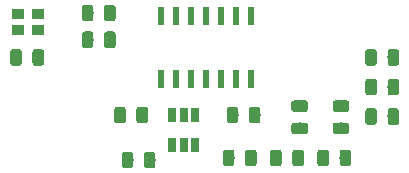
<source format=gbr>
G04 #@! TF.GenerationSoftware,KiCad,Pcbnew,5.0.2-bee76a0~70~ubuntu16.04.1*
G04 #@! TF.CreationDate,2019-07-30T15:32:40+02:00*
G04 #@! TF.ProjectId,hw-TS1B,68772d54-5331-4422-9e6b-696361645f70,rev?*
G04 #@! TF.SameCoordinates,Original*
G04 #@! TF.FileFunction,Paste,Top*
G04 #@! TF.FilePolarity,Positive*
%FSLAX46Y46*%
G04 Gerber Fmt 4.6, Leading zero omitted, Abs format (unit mm)*
G04 Created by KiCad (PCBNEW 5.0.2-bee76a0~70~ubuntu16.04.1) date Tue 30 Jul 2019 03:32:40 PM CEST*
%MOMM*%
%LPD*%
G01*
G04 APERTURE LIST*
%ADD10R,0.600000X1.500000*%
%ADD11C,0.100000*%
%ADD12C,0.975000*%
%ADD13R,1.100000X0.900000*%
%ADD14R,0.650000X1.220000*%
G04 APERTURE END LIST*
D10*
G04 #@! TO.C,U1*
X168275000Y-76360000D03*
X169545000Y-76360000D03*
X170815000Y-76360000D03*
X172085000Y-76360000D03*
X173355000Y-76360000D03*
X174625000Y-76360000D03*
X175895000Y-76360000D03*
X175895000Y-70960000D03*
X174625000Y-70960000D03*
X173355000Y-70960000D03*
X172085000Y-70960000D03*
X170815000Y-70960000D03*
X169545000Y-70960000D03*
X168275000Y-70960000D03*
G04 #@! TD*
D11*
G04 #@! TO.C,C1*
G36*
X174267642Y-82301174D02*
X174291303Y-82304684D01*
X174314507Y-82310496D01*
X174337029Y-82318554D01*
X174358653Y-82328782D01*
X174379170Y-82341079D01*
X174398383Y-82355329D01*
X174416107Y-82371393D01*
X174432171Y-82389117D01*
X174446421Y-82408330D01*
X174458718Y-82428847D01*
X174468946Y-82450471D01*
X174477004Y-82472993D01*
X174482816Y-82496197D01*
X174486326Y-82519858D01*
X174487500Y-82543750D01*
X174487500Y-83456250D01*
X174486326Y-83480142D01*
X174482816Y-83503803D01*
X174477004Y-83527007D01*
X174468946Y-83549529D01*
X174458718Y-83571153D01*
X174446421Y-83591670D01*
X174432171Y-83610883D01*
X174416107Y-83628607D01*
X174398383Y-83644671D01*
X174379170Y-83658921D01*
X174358653Y-83671218D01*
X174337029Y-83681446D01*
X174314507Y-83689504D01*
X174291303Y-83695316D01*
X174267642Y-83698826D01*
X174243750Y-83700000D01*
X173756250Y-83700000D01*
X173732358Y-83698826D01*
X173708697Y-83695316D01*
X173685493Y-83689504D01*
X173662971Y-83681446D01*
X173641347Y-83671218D01*
X173620830Y-83658921D01*
X173601617Y-83644671D01*
X173583893Y-83628607D01*
X173567829Y-83610883D01*
X173553579Y-83591670D01*
X173541282Y-83571153D01*
X173531054Y-83549529D01*
X173522996Y-83527007D01*
X173517184Y-83503803D01*
X173513674Y-83480142D01*
X173512500Y-83456250D01*
X173512500Y-82543750D01*
X173513674Y-82519858D01*
X173517184Y-82496197D01*
X173522996Y-82472993D01*
X173531054Y-82450471D01*
X173541282Y-82428847D01*
X173553579Y-82408330D01*
X173567829Y-82389117D01*
X173583893Y-82371393D01*
X173601617Y-82355329D01*
X173620830Y-82341079D01*
X173641347Y-82328782D01*
X173662971Y-82318554D01*
X173685493Y-82310496D01*
X173708697Y-82304684D01*
X173732358Y-82301174D01*
X173756250Y-82300000D01*
X174243750Y-82300000D01*
X174267642Y-82301174D01*
X174267642Y-82301174D01*
G37*
D12*
X174000000Y-83000000D03*
D11*
G36*
X176142642Y-82301174D02*
X176166303Y-82304684D01*
X176189507Y-82310496D01*
X176212029Y-82318554D01*
X176233653Y-82328782D01*
X176254170Y-82341079D01*
X176273383Y-82355329D01*
X176291107Y-82371393D01*
X176307171Y-82389117D01*
X176321421Y-82408330D01*
X176333718Y-82428847D01*
X176343946Y-82450471D01*
X176352004Y-82472993D01*
X176357816Y-82496197D01*
X176361326Y-82519858D01*
X176362500Y-82543750D01*
X176362500Y-83456250D01*
X176361326Y-83480142D01*
X176357816Y-83503803D01*
X176352004Y-83527007D01*
X176343946Y-83549529D01*
X176333718Y-83571153D01*
X176321421Y-83591670D01*
X176307171Y-83610883D01*
X176291107Y-83628607D01*
X176273383Y-83644671D01*
X176254170Y-83658921D01*
X176233653Y-83671218D01*
X176212029Y-83681446D01*
X176189507Y-83689504D01*
X176166303Y-83695316D01*
X176142642Y-83698826D01*
X176118750Y-83700000D01*
X175631250Y-83700000D01*
X175607358Y-83698826D01*
X175583697Y-83695316D01*
X175560493Y-83689504D01*
X175537971Y-83681446D01*
X175516347Y-83671218D01*
X175495830Y-83658921D01*
X175476617Y-83644671D01*
X175458893Y-83628607D01*
X175442829Y-83610883D01*
X175428579Y-83591670D01*
X175416282Y-83571153D01*
X175406054Y-83549529D01*
X175397996Y-83527007D01*
X175392184Y-83503803D01*
X175388674Y-83480142D01*
X175387500Y-83456250D01*
X175387500Y-82543750D01*
X175388674Y-82519858D01*
X175392184Y-82496197D01*
X175397996Y-82472993D01*
X175406054Y-82450471D01*
X175416282Y-82428847D01*
X175428579Y-82408330D01*
X175442829Y-82389117D01*
X175458893Y-82371393D01*
X175476617Y-82355329D01*
X175495830Y-82341079D01*
X175516347Y-82328782D01*
X175537971Y-82318554D01*
X175560493Y-82310496D01*
X175583697Y-82304684D01*
X175607358Y-82301174D01*
X175631250Y-82300000D01*
X176118750Y-82300000D01*
X176142642Y-82301174D01*
X176142642Y-82301174D01*
G37*
D12*
X175875000Y-83000000D03*
G04 #@! TD*
D11*
G04 #@! TO.C,C3*
G36*
X162330142Y-70051174D02*
X162353803Y-70054684D01*
X162377007Y-70060496D01*
X162399529Y-70068554D01*
X162421153Y-70078782D01*
X162441670Y-70091079D01*
X162460883Y-70105329D01*
X162478607Y-70121393D01*
X162494671Y-70139117D01*
X162508921Y-70158330D01*
X162521218Y-70178847D01*
X162531446Y-70200471D01*
X162539504Y-70222993D01*
X162545316Y-70246197D01*
X162548826Y-70269858D01*
X162550000Y-70293750D01*
X162550000Y-71206250D01*
X162548826Y-71230142D01*
X162545316Y-71253803D01*
X162539504Y-71277007D01*
X162531446Y-71299529D01*
X162521218Y-71321153D01*
X162508921Y-71341670D01*
X162494671Y-71360883D01*
X162478607Y-71378607D01*
X162460883Y-71394671D01*
X162441670Y-71408921D01*
X162421153Y-71421218D01*
X162399529Y-71431446D01*
X162377007Y-71439504D01*
X162353803Y-71445316D01*
X162330142Y-71448826D01*
X162306250Y-71450000D01*
X161818750Y-71450000D01*
X161794858Y-71448826D01*
X161771197Y-71445316D01*
X161747993Y-71439504D01*
X161725471Y-71431446D01*
X161703847Y-71421218D01*
X161683330Y-71408921D01*
X161664117Y-71394671D01*
X161646393Y-71378607D01*
X161630329Y-71360883D01*
X161616079Y-71341670D01*
X161603782Y-71321153D01*
X161593554Y-71299529D01*
X161585496Y-71277007D01*
X161579684Y-71253803D01*
X161576174Y-71230142D01*
X161575000Y-71206250D01*
X161575000Y-70293750D01*
X161576174Y-70269858D01*
X161579684Y-70246197D01*
X161585496Y-70222993D01*
X161593554Y-70200471D01*
X161603782Y-70178847D01*
X161616079Y-70158330D01*
X161630329Y-70139117D01*
X161646393Y-70121393D01*
X161664117Y-70105329D01*
X161683330Y-70091079D01*
X161703847Y-70078782D01*
X161725471Y-70068554D01*
X161747993Y-70060496D01*
X161771197Y-70054684D01*
X161794858Y-70051174D01*
X161818750Y-70050000D01*
X162306250Y-70050000D01*
X162330142Y-70051174D01*
X162330142Y-70051174D01*
G37*
D12*
X162062500Y-70750000D03*
D11*
G36*
X164205142Y-70051174D02*
X164228803Y-70054684D01*
X164252007Y-70060496D01*
X164274529Y-70068554D01*
X164296153Y-70078782D01*
X164316670Y-70091079D01*
X164335883Y-70105329D01*
X164353607Y-70121393D01*
X164369671Y-70139117D01*
X164383921Y-70158330D01*
X164396218Y-70178847D01*
X164406446Y-70200471D01*
X164414504Y-70222993D01*
X164420316Y-70246197D01*
X164423826Y-70269858D01*
X164425000Y-70293750D01*
X164425000Y-71206250D01*
X164423826Y-71230142D01*
X164420316Y-71253803D01*
X164414504Y-71277007D01*
X164406446Y-71299529D01*
X164396218Y-71321153D01*
X164383921Y-71341670D01*
X164369671Y-71360883D01*
X164353607Y-71378607D01*
X164335883Y-71394671D01*
X164316670Y-71408921D01*
X164296153Y-71421218D01*
X164274529Y-71431446D01*
X164252007Y-71439504D01*
X164228803Y-71445316D01*
X164205142Y-71448826D01*
X164181250Y-71450000D01*
X163693750Y-71450000D01*
X163669858Y-71448826D01*
X163646197Y-71445316D01*
X163622993Y-71439504D01*
X163600471Y-71431446D01*
X163578847Y-71421218D01*
X163558330Y-71408921D01*
X163539117Y-71394671D01*
X163521393Y-71378607D01*
X163505329Y-71360883D01*
X163491079Y-71341670D01*
X163478782Y-71321153D01*
X163468554Y-71299529D01*
X163460496Y-71277007D01*
X163454684Y-71253803D01*
X163451174Y-71230142D01*
X163450000Y-71206250D01*
X163450000Y-70293750D01*
X163451174Y-70269858D01*
X163454684Y-70246197D01*
X163460496Y-70222993D01*
X163468554Y-70200471D01*
X163478782Y-70178847D01*
X163491079Y-70158330D01*
X163505329Y-70139117D01*
X163521393Y-70121393D01*
X163539117Y-70105329D01*
X163558330Y-70091079D01*
X163578847Y-70078782D01*
X163600471Y-70068554D01*
X163622993Y-70060496D01*
X163646197Y-70054684D01*
X163669858Y-70051174D01*
X163693750Y-70050000D01*
X164181250Y-70050000D01*
X164205142Y-70051174D01*
X164205142Y-70051174D01*
G37*
D12*
X163937500Y-70750000D03*
G04 #@! TD*
D11*
G04 #@! TO.C,C4*
G36*
X156267642Y-73801174D02*
X156291303Y-73804684D01*
X156314507Y-73810496D01*
X156337029Y-73818554D01*
X156358653Y-73828782D01*
X156379170Y-73841079D01*
X156398383Y-73855329D01*
X156416107Y-73871393D01*
X156432171Y-73889117D01*
X156446421Y-73908330D01*
X156458718Y-73928847D01*
X156468946Y-73950471D01*
X156477004Y-73972993D01*
X156482816Y-73996197D01*
X156486326Y-74019858D01*
X156487500Y-74043750D01*
X156487500Y-74956250D01*
X156486326Y-74980142D01*
X156482816Y-75003803D01*
X156477004Y-75027007D01*
X156468946Y-75049529D01*
X156458718Y-75071153D01*
X156446421Y-75091670D01*
X156432171Y-75110883D01*
X156416107Y-75128607D01*
X156398383Y-75144671D01*
X156379170Y-75158921D01*
X156358653Y-75171218D01*
X156337029Y-75181446D01*
X156314507Y-75189504D01*
X156291303Y-75195316D01*
X156267642Y-75198826D01*
X156243750Y-75200000D01*
X155756250Y-75200000D01*
X155732358Y-75198826D01*
X155708697Y-75195316D01*
X155685493Y-75189504D01*
X155662971Y-75181446D01*
X155641347Y-75171218D01*
X155620830Y-75158921D01*
X155601617Y-75144671D01*
X155583893Y-75128607D01*
X155567829Y-75110883D01*
X155553579Y-75091670D01*
X155541282Y-75071153D01*
X155531054Y-75049529D01*
X155522996Y-75027007D01*
X155517184Y-75003803D01*
X155513674Y-74980142D01*
X155512500Y-74956250D01*
X155512500Y-74043750D01*
X155513674Y-74019858D01*
X155517184Y-73996197D01*
X155522996Y-73972993D01*
X155531054Y-73950471D01*
X155541282Y-73928847D01*
X155553579Y-73908330D01*
X155567829Y-73889117D01*
X155583893Y-73871393D01*
X155601617Y-73855329D01*
X155620830Y-73841079D01*
X155641347Y-73828782D01*
X155662971Y-73818554D01*
X155685493Y-73810496D01*
X155708697Y-73804684D01*
X155732358Y-73801174D01*
X155756250Y-73800000D01*
X156243750Y-73800000D01*
X156267642Y-73801174D01*
X156267642Y-73801174D01*
G37*
D12*
X156000000Y-74500000D03*
D11*
G36*
X158142642Y-73801174D02*
X158166303Y-73804684D01*
X158189507Y-73810496D01*
X158212029Y-73818554D01*
X158233653Y-73828782D01*
X158254170Y-73841079D01*
X158273383Y-73855329D01*
X158291107Y-73871393D01*
X158307171Y-73889117D01*
X158321421Y-73908330D01*
X158333718Y-73928847D01*
X158343946Y-73950471D01*
X158352004Y-73972993D01*
X158357816Y-73996197D01*
X158361326Y-74019858D01*
X158362500Y-74043750D01*
X158362500Y-74956250D01*
X158361326Y-74980142D01*
X158357816Y-75003803D01*
X158352004Y-75027007D01*
X158343946Y-75049529D01*
X158333718Y-75071153D01*
X158321421Y-75091670D01*
X158307171Y-75110883D01*
X158291107Y-75128607D01*
X158273383Y-75144671D01*
X158254170Y-75158921D01*
X158233653Y-75171218D01*
X158212029Y-75181446D01*
X158189507Y-75189504D01*
X158166303Y-75195316D01*
X158142642Y-75198826D01*
X158118750Y-75200000D01*
X157631250Y-75200000D01*
X157607358Y-75198826D01*
X157583697Y-75195316D01*
X157560493Y-75189504D01*
X157537971Y-75181446D01*
X157516347Y-75171218D01*
X157495830Y-75158921D01*
X157476617Y-75144671D01*
X157458893Y-75128607D01*
X157442829Y-75110883D01*
X157428579Y-75091670D01*
X157416282Y-75071153D01*
X157406054Y-75049529D01*
X157397996Y-75027007D01*
X157392184Y-75003803D01*
X157388674Y-74980142D01*
X157387500Y-74956250D01*
X157387500Y-74043750D01*
X157388674Y-74019858D01*
X157392184Y-73996197D01*
X157397996Y-73972993D01*
X157406054Y-73950471D01*
X157416282Y-73928847D01*
X157428579Y-73908330D01*
X157442829Y-73889117D01*
X157458893Y-73871393D01*
X157476617Y-73855329D01*
X157495830Y-73841079D01*
X157516347Y-73828782D01*
X157537971Y-73818554D01*
X157560493Y-73810496D01*
X157583697Y-73804684D01*
X157607358Y-73801174D01*
X157631250Y-73800000D01*
X158118750Y-73800000D01*
X158142642Y-73801174D01*
X158142642Y-73801174D01*
G37*
D12*
X157875000Y-74500000D03*
G04 #@! TD*
D11*
G04 #@! TO.C,C5*
G36*
X165065142Y-78676174D02*
X165088803Y-78679684D01*
X165112007Y-78685496D01*
X165134529Y-78693554D01*
X165156153Y-78703782D01*
X165176670Y-78716079D01*
X165195883Y-78730329D01*
X165213607Y-78746393D01*
X165229671Y-78764117D01*
X165243921Y-78783330D01*
X165256218Y-78803847D01*
X165266446Y-78825471D01*
X165274504Y-78847993D01*
X165280316Y-78871197D01*
X165283826Y-78894858D01*
X165285000Y-78918750D01*
X165285000Y-79831250D01*
X165283826Y-79855142D01*
X165280316Y-79878803D01*
X165274504Y-79902007D01*
X165266446Y-79924529D01*
X165256218Y-79946153D01*
X165243921Y-79966670D01*
X165229671Y-79985883D01*
X165213607Y-80003607D01*
X165195883Y-80019671D01*
X165176670Y-80033921D01*
X165156153Y-80046218D01*
X165134529Y-80056446D01*
X165112007Y-80064504D01*
X165088803Y-80070316D01*
X165065142Y-80073826D01*
X165041250Y-80075000D01*
X164553750Y-80075000D01*
X164529858Y-80073826D01*
X164506197Y-80070316D01*
X164482993Y-80064504D01*
X164460471Y-80056446D01*
X164438847Y-80046218D01*
X164418330Y-80033921D01*
X164399117Y-80019671D01*
X164381393Y-80003607D01*
X164365329Y-79985883D01*
X164351079Y-79966670D01*
X164338782Y-79946153D01*
X164328554Y-79924529D01*
X164320496Y-79902007D01*
X164314684Y-79878803D01*
X164311174Y-79855142D01*
X164310000Y-79831250D01*
X164310000Y-78918750D01*
X164311174Y-78894858D01*
X164314684Y-78871197D01*
X164320496Y-78847993D01*
X164328554Y-78825471D01*
X164338782Y-78803847D01*
X164351079Y-78783330D01*
X164365329Y-78764117D01*
X164381393Y-78746393D01*
X164399117Y-78730329D01*
X164418330Y-78716079D01*
X164438847Y-78703782D01*
X164460471Y-78693554D01*
X164482993Y-78685496D01*
X164506197Y-78679684D01*
X164529858Y-78676174D01*
X164553750Y-78675000D01*
X165041250Y-78675000D01*
X165065142Y-78676174D01*
X165065142Y-78676174D01*
G37*
D12*
X164797500Y-79375000D03*
D11*
G36*
X166940142Y-78676174D02*
X166963803Y-78679684D01*
X166987007Y-78685496D01*
X167009529Y-78693554D01*
X167031153Y-78703782D01*
X167051670Y-78716079D01*
X167070883Y-78730329D01*
X167088607Y-78746393D01*
X167104671Y-78764117D01*
X167118921Y-78783330D01*
X167131218Y-78803847D01*
X167141446Y-78825471D01*
X167149504Y-78847993D01*
X167155316Y-78871197D01*
X167158826Y-78894858D01*
X167160000Y-78918750D01*
X167160000Y-79831250D01*
X167158826Y-79855142D01*
X167155316Y-79878803D01*
X167149504Y-79902007D01*
X167141446Y-79924529D01*
X167131218Y-79946153D01*
X167118921Y-79966670D01*
X167104671Y-79985883D01*
X167088607Y-80003607D01*
X167070883Y-80019671D01*
X167051670Y-80033921D01*
X167031153Y-80046218D01*
X167009529Y-80056446D01*
X166987007Y-80064504D01*
X166963803Y-80070316D01*
X166940142Y-80073826D01*
X166916250Y-80075000D01*
X166428750Y-80075000D01*
X166404858Y-80073826D01*
X166381197Y-80070316D01*
X166357993Y-80064504D01*
X166335471Y-80056446D01*
X166313847Y-80046218D01*
X166293330Y-80033921D01*
X166274117Y-80019671D01*
X166256393Y-80003607D01*
X166240329Y-79985883D01*
X166226079Y-79966670D01*
X166213782Y-79946153D01*
X166203554Y-79924529D01*
X166195496Y-79902007D01*
X166189684Y-79878803D01*
X166186174Y-79855142D01*
X166185000Y-79831250D01*
X166185000Y-78918750D01*
X166186174Y-78894858D01*
X166189684Y-78871197D01*
X166195496Y-78847993D01*
X166203554Y-78825471D01*
X166213782Y-78803847D01*
X166226079Y-78783330D01*
X166240329Y-78764117D01*
X166256393Y-78746393D01*
X166274117Y-78730329D01*
X166293330Y-78716079D01*
X166313847Y-78703782D01*
X166335471Y-78693554D01*
X166357993Y-78685496D01*
X166381197Y-78679684D01*
X166404858Y-78676174D01*
X166428750Y-78675000D01*
X166916250Y-78675000D01*
X166940142Y-78676174D01*
X166940142Y-78676174D01*
G37*
D12*
X166672500Y-79375000D03*
G04 #@! TD*
D11*
G04 #@! TO.C,C6*
G36*
X167575142Y-82486174D02*
X167598803Y-82489684D01*
X167622007Y-82495496D01*
X167644529Y-82503554D01*
X167666153Y-82513782D01*
X167686670Y-82526079D01*
X167705883Y-82540329D01*
X167723607Y-82556393D01*
X167739671Y-82574117D01*
X167753921Y-82593330D01*
X167766218Y-82613847D01*
X167776446Y-82635471D01*
X167784504Y-82657993D01*
X167790316Y-82681197D01*
X167793826Y-82704858D01*
X167795000Y-82728750D01*
X167795000Y-83641250D01*
X167793826Y-83665142D01*
X167790316Y-83688803D01*
X167784504Y-83712007D01*
X167776446Y-83734529D01*
X167766218Y-83756153D01*
X167753921Y-83776670D01*
X167739671Y-83795883D01*
X167723607Y-83813607D01*
X167705883Y-83829671D01*
X167686670Y-83843921D01*
X167666153Y-83856218D01*
X167644529Y-83866446D01*
X167622007Y-83874504D01*
X167598803Y-83880316D01*
X167575142Y-83883826D01*
X167551250Y-83885000D01*
X167063750Y-83885000D01*
X167039858Y-83883826D01*
X167016197Y-83880316D01*
X166992993Y-83874504D01*
X166970471Y-83866446D01*
X166948847Y-83856218D01*
X166928330Y-83843921D01*
X166909117Y-83829671D01*
X166891393Y-83813607D01*
X166875329Y-83795883D01*
X166861079Y-83776670D01*
X166848782Y-83756153D01*
X166838554Y-83734529D01*
X166830496Y-83712007D01*
X166824684Y-83688803D01*
X166821174Y-83665142D01*
X166820000Y-83641250D01*
X166820000Y-82728750D01*
X166821174Y-82704858D01*
X166824684Y-82681197D01*
X166830496Y-82657993D01*
X166838554Y-82635471D01*
X166848782Y-82613847D01*
X166861079Y-82593330D01*
X166875329Y-82574117D01*
X166891393Y-82556393D01*
X166909117Y-82540329D01*
X166928330Y-82526079D01*
X166948847Y-82513782D01*
X166970471Y-82503554D01*
X166992993Y-82495496D01*
X167016197Y-82489684D01*
X167039858Y-82486174D01*
X167063750Y-82485000D01*
X167551250Y-82485000D01*
X167575142Y-82486174D01*
X167575142Y-82486174D01*
G37*
D12*
X167307500Y-83185000D03*
D11*
G36*
X165700142Y-82486174D02*
X165723803Y-82489684D01*
X165747007Y-82495496D01*
X165769529Y-82503554D01*
X165791153Y-82513782D01*
X165811670Y-82526079D01*
X165830883Y-82540329D01*
X165848607Y-82556393D01*
X165864671Y-82574117D01*
X165878921Y-82593330D01*
X165891218Y-82613847D01*
X165901446Y-82635471D01*
X165909504Y-82657993D01*
X165915316Y-82681197D01*
X165918826Y-82704858D01*
X165920000Y-82728750D01*
X165920000Y-83641250D01*
X165918826Y-83665142D01*
X165915316Y-83688803D01*
X165909504Y-83712007D01*
X165901446Y-83734529D01*
X165891218Y-83756153D01*
X165878921Y-83776670D01*
X165864671Y-83795883D01*
X165848607Y-83813607D01*
X165830883Y-83829671D01*
X165811670Y-83843921D01*
X165791153Y-83856218D01*
X165769529Y-83866446D01*
X165747007Y-83874504D01*
X165723803Y-83880316D01*
X165700142Y-83883826D01*
X165676250Y-83885000D01*
X165188750Y-83885000D01*
X165164858Y-83883826D01*
X165141197Y-83880316D01*
X165117993Y-83874504D01*
X165095471Y-83866446D01*
X165073847Y-83856218D01*
X165053330Y-83843921D01*
X165034117Y-83829671D01*
X165016393Y-83813607D01*
X165000329Y-83795883D01*
X164986079Y-83776670D01*
X164973782Y-83756153D01*
X164963554Y-83734529D01*
X164955496Y-83712007D01*
X164949684Y-83688803D01*
X164946174Y-83665142D01*
X164945000Y-83641250D01*
X164945000Y-82728750D01*
X164946174Y-82704858D01*
X164949684Y-82681197D01*
X164955496Y-82657993D01*
X164963554Y-82635471D01*
X164973782Y-82613847D01*
X164986079Y-82593330D01*
X165000329Y-82574117D01*
X165016393Y-82556393D01*
X165034117Y-82540329D01*
X165053330Y-82526079D01*
X165073847Y-82513782D01*
X165095471Y-82503554D01*
X165117993Y-82495496D01*
X165141197Y-82489684D01*
X165164858Y-82486174D01*
X165188750Y-82485000D01*
X165676250Y-82485000D01*
X165700142Y-82486174D01*
X165700142Y-82486174D01*
G37*
D12*
X165432500Y-83185000D03*
G04 #@! TD*
D11*
G04 #@! TO.C,C7*
G36*
X180480142Y-80013674D02*
X180503803Y-80017184D01*
X180527007Y-80022996D01*
X180549529Y-80031054D01*
X180571153Y-80041282D01*
X180591670Y-80053579D01*
X180610883Y-80067829D01*
X180628607Y-80083893D01*
X180644671Y-80101617D01*
X180658921Y-80120830D01*
X180671218Y-80141347D01*
X180681446Y-80162971D01*
X180689504Y-80185493D01*
X180695316Y-80208697D01*
X180698826Y-80232358D01*
X180700000Y-80256250D01*
X180700000Y-80743750D01*
X180698826Y-80767642D01*
X180695316Y-80791303D01*
X180689504Y-80814507D01*
X180681446Y-80837029D01*
X180671218Y-80858653D01*
X180658921Y-80879170D01*
X180644671Y-80898383D01*
X180628607Y-80916107D01*
X180610883Y-80932171D01*
X180591670Y-80946421D01*
X180571153Y-80958718D01*
X180549529Y-80968946D01*
X180527007Y-80977004D01*
X180503803Y-80982816D01*
X180480142Y-80986326D01*
X180456250Y-80987500D01*
X179543750Y-80987500D01*
X179519858Y-80986326D01*
X179496197Y-80982816D01*
X179472993Y-80977004D01*
X179450471Y-80968946D01*
X179428847Y-80958718D01*
X179408330Y-80946421D01*
X179389117Y-80932171D01*
X179371393Y-80916107D01*
X179355329Y-80898383D01*
X179341079Y-80879170D01*
X179328782Y-80858653D01*
X179318554Y-80837029D01*
X179310496Y-80814507D01*
X179304684Y-80791303D01*
X179301174Y-80767642D01*
X179300000Y-80743750D01*
X179300000Y-80256250D01*
X179301174Y-80232358D01*
X179304684Y-80208697D01*
X179310496Y-80185493D01*
X179318554Y-80162971D01*
X179328782Y-80141347D01*
X179341079Y-80120830D01*
X179355329Y-80101617D01*
X179371393Y-80083893D01*
X179389117Y-80067829D01*
X179408330Y-80053579D01*
X179428847Y-80041282D01*
X179450471Y-80031054D01*
X179472993Y-80022996D01*
X179496197Y-80017184D01*
X179519858Y-80013674D01*
X179543750Y-80012500D01*
X180456250Y-80012500D01*
X180480142Y-80013674D01*
X180480142Y-80013674D01*
G37*
D12*
X180000000Y-80500000D03*
D11*
G36*
X180480142Y-78138674D02*
X180503803Y-78142184D01*
X180527007Y-78147996D01*
X180549529Y-78156054D01*
X180571153Y-78166282D01*
X180591670Y-78178579D01*
X180610883Y-78192829D01*
X180628607Y-78208893D01*
X180644671Y-78226617D01*
X180658921Y-78245830D01*
X180671218Y-78266347D01*
X180681446Y-78287971D01*
X180689504Y-78310493D01*
X180695316Y-78333697D01*
X180698826Y-78357358D01*
X180700000Y-78381250D01*
X180700000Y-78868750D01*
X180698826Y-78892642D01*
X180695316Y-78916303D01*
X180689504Y-78939507D01*
X180681446Y-78962029D01*
X180671218Y-78983653D01*
X180658921Y-79004170D01*
X180644671Y-79023383D01*
X180628607Y-79041107D01*
X180610883Y-79057171D01*
X180591670Y-79071421D01*
X180571153Y-79083718D01*
X180549529Y-79093946D01*
X180527007Y-79102004D01*
X180503803Y-79107816D01*
X180480142Y-79111326D01*
X180456250Y-79112500D01*
X179543750Y-79112500D01*
X179519858Y-79111326D01*
X179496197Y-79107816D01*
X179472993Y-79102004D01*
X179450471Y-79093946D01*
X179428847Y-79083718D01*
X179408330Y-79071421D01*
X179389117Y-79057171D01*
X179371393Y-79041107D01*
X179355329Y-79023383D01*
X179341079Y-79004170D01*
X179328782Y-78983653D01*
X179318554Y-78962029D01*
X179310496Y-78939507D01*
X179304684Y-78916303D01*
X179301174Y-78892642D01*
X179300000Y-78868750D01*
X179300000Y-78381250D01*
X179301174Y-78357358D01*
X179304684Y-78333697D01*
X179310496Y-78310493D01*
X179318554Y-78287971D01*
X179328782Y-78266347D01*
X179341079Y-78245830D01*
X179355329Y-78226617D01*
X179371393Y-78208893D01*
X179389117Y-78192829D01*
X179408330Y-78178579D01*
X179428847Y-78166282D01*
X179450471Y-78156054D01*
X179472993Y-78147996D01*
X179496197Y-78142184D01*
X179519858Y-78138674D01*
X179543750Y-78137500D01*
X180456250Y-78137500D01*
X180480142Y-78138674D01*
X180480142Y-78138674D01*
G37*
D12*
X180000000Y-78625000D03*
G04 #@! TD*
D11*
G04 #@! TO.C,C8*
G36*
X183980142Y-78138674D02*
X184003803Y-78142184D01*
X184027007Y-78147996D01*
X184049529Y-78156054D01*
X184071153Y-78166282D01*
X184091670Y-78178579D01*
X184110883Y-78192829D01*
X184128607Y-78208893D01*
X184144671Y-78226617D01*
X184158921Y-78245830D01*
X184171218Y-78266347D01*
X184181446Y-78287971D01*
X184189504Y-78310493D01*
X184195316Y-78333697D01*
X184198826Y-78357358D01*
X184200000Y-78381250D01*
X184200000Y-78868750D01*
X184198826Y-78892642D01*
X184195316Y-78916303D01*
X184189504Y-78939507D01*
X184181446Y-78962029D01*
X184171218Y-78983653D01*
X184158921Y-79004170D01*
X184144671Y-79023383D01*
X184128607Y-79041107D01*
X184110883Y-79057171D01*
X184091670Y-79071421D01*
X184071153Y-79083718D01*
X184049529Y-79093946D01*
X184027007Y-79102004D01*
X184003803Y-79107816D01*
X183980142Y-79111326D01*
X183956250Y-79112500D01*
X183043750Y-79112500D01*
X183019858Y-79111326D01*
X182996197Y-79107816D01*
X182972993Y-79102004D01*
X182950471Y-79093946D01*
X182928847Y-79083718D01*
X182908330Y-79071421D01*
X182889117Y-79057171D01*
X182871393Y-79041107D01*
X182855329Y-79023383D01*
X182841079Y-79004170D01*
X182828782Y-78983653D01*
X182818554Y-78962029D01*
X182810496Y-78939507D01*
X182804684Y-78916303D01*
X182801174Y-78892642D01*
X182800000Y-78868750D01*
X182800000Y-78381250D01*
X182801174Y-78357358D01*
X182804684Y-78333697D01*
X182810496Y-78310493D01*
X182818554Y-78287971D01*
X182828782Y-78266347D01*
X182841079Y-78245830D01*
X182855329Y-78226617D01*
X182871393Y-78208893D01*
X182889117Y-78192829D01*
X182908330Y-78178579D01*
X182928847Y-78166282D01*
X182950471Y-78156054D01*
X182972993Y-78147996D01*
X182996197Y-78142184D01*
X183019858Y-78138674D01*
X183043750Y-78137500D01*
X183956250Y-78137500D01*
X183980142Y-78138674D01*
X183980142Y-78138674D01*
G37*
D12*
X183500000Y-78625000D03*
D11*
G36*
X183980142Y-80013674D02*
X184003803Y-80017184D01*
X184027007Y-80022996D01*
X184049529Y-80031054D01*
X184071153Y-80041282D01*
X184091670Y-80053579D01*
X184110883Y-80067829D01*
X184128607Y-80083893D01*
X184144671Y-80101617D01*
X184158921Y-80120830D01*
X184171218Y-80141347D01*
X184181446Y-80162971D01*
X184189504Y-80185493D01*
X184195316Y-80208697D01*
X184198826Y-80232358D01*
X184200000Y-80256250D01*
X184200000Y-80743750D01*
X184198826Y-80767642D01*
X184195316Y-80791303D01*
X184189504Y-80814507D01*
X184181446Y-80837029D01*
X184171218Y-80858653D01*
X184158921Y-80879170D01*
X184144671Y-80898383D01*
X184128607Y-80916107D01*
X184110883Y-80932171D01*
X184091670Y-80946421D01*
X184071153Y-80958718D01*
X184049529Y-80968946D01*
X184027007Y-80977004D01*
X184003803Y-80982816D01*
X183980142Y-80986326D01*
X183956250Y-80987500D01*
X183043750Y-80987500D01*
X183019858Y-80986326D01*
X182996197Y-80982816D01*
X182972993Y-80977004D01*
X182950471Y-80968946D01*
X182928847Y-80958718D01*
X182908330Y-80946421D01*
X182889117Y-80932171D01*
X182871393Y-80916107D01*
X182855329Y-80898383D01*
X182841079Y-80879170D01*
X182828782Y-80858653D01*
X182818554Y-80837029D01*
X182810496Y-80814507D01*
X182804684Y-80791303D01*
X182801174Y-80767642D01*
X182800000Y-80743750D01*
X182800000Y-80256250D01*
X182801174Y-80232358D01*
X182804684Y-80208697D01*
X182810496Y-80185493D01*
X182818554Y-80162971D01*
X182828782Y-80141347D01*
X182841079Y-80120830D01*
X182855329Y-80101617D01*
X182871393Y-80083893D01*
X182889117Y-80067829D01*
X182908330Y-80053579D01*
X182928847Y-80041282D01*
X182950471Y-80031054D01*
X182972993Y-80022996D01*
X182996197Y-80017184D01*
X183019858Y-80013674D01*
X183043750Y-80012500D01*
X183956250Y-80012500D01*
X183980142Y-80013674D01*
X183980142Y-80013674D01*
G37*
D12*
X183500000Y-80500000D03*
G04 #@! TD*
D11*
G04 #@! TO.C,L1*
G36*
X174590142Y-78676174D02*
X174613803Y-78679684D01*
X174637007Y-78685496D01*
X174659529Y-78693554D01*
X174681153Y-78703782D01*
X174701670Y-78716079D01*
X174720883Y-78730329D01*
X174738607Y-78746393D01*
X174754671Y-78764117D01*
X174768921Y-78783330D01*
X174781218Y-78803847D01*
X174791446Y-78825471D01*
X174799504Y-78847993D01*
X174805316Y-78871197D01*
X174808826Y-78894858D01*
X174810000Y-78918750D01*
X174810000Y-79831250D01*
X174808826Y-79855142D01*
X174805316Y-79878803D01*
X174799504Y-79902007D01*
X174791446Y-79924529D01*
X174781218Y-79946153D01*
X174768921Y-79966670D01*
X174754671Y-79985883D01*
X174738607Y-80003607D01*
X174720883Y-80019671D01*
X174701670Y-80033921D01*
X174681153Y-80046218D01*
X174659529Y-80056446D01*
X174637007Y-80064504D01*
X174613803Y-80070316D01*
X174590142Y-80073826D01*
X174566250Y-80075000D01*
X174078750Y-80075000D01*
X174054858Y-80073826D01*
X174031197Y-80070316D01*
X174007993Y-80064504D01*
X173985471Y-80056446D01*
X173963847Y-80046218D01*
X173943330Y-80033921D01*
X173924117Y-80019671D01*
X173906393Y-80003607D01*
X173890329Y-79985883D01*
X173876079Y-79966670D01*
X173863782Y-79946153D01*
X173853554Y-79924529D01*
X173845496Y-79902007D01*
X173839684Y-79878803D01*
X173836174Y-79855142D01*
X173835000Y-79831250D01*
X173835000Y-78918750D01*
X173836174Y-78894858D01*
X173839684Y-78871197D01*
X173845496Y-78847993D01*
X173853554Y-78825471D01*
X173863782Y-78803847D01*
X173876079Y-78783330D01*
X173890329Y-78764117D01*
X173906393Y-78746393D01*
X173924117Y-78730329D01*
X173943330Y-78716079D01*
X173963847Y-78703782D01*
X173985471Y-78693554D01*
X174007993Y-78685496D01*
X174031197Y-78679684D01*
X174054858Y-78676174D01*
X174078750Y-78675000D01*
X174566250Y-78675000D01*
X174590142Y-78676174D01*
X174590142Y-78676174D01*
G37*
D12*
X174322500Y-79375000D03*
D11*
G36*
X176465142Y-78676174D02*
X176488803Y-78679684D01*
X176512007Y-78685496D01*
X176534529Y-78693554D01*
X176556153Y-78703782D01*
X176576670Y-78716079D01*
X176595883Y-78730329D01*
X176613607Y-78746393D01*
X176629671Y-78764117D01*
X176643921Y-78783330D01*
X176656218Y-78803847D01*
X176666446Y-78825471D01*
X176674504Y-78847993D01*
X176680316Y-78871197D01*
X176683826Y-78894858D01*
X176685000Y-78918750D01*
X176685000Y-79831250D01*
X176683826Y-79855142D01*
X176680316Y-79878803D01*
X176674504Y-79902007D01*
X176666446Y-79924529D01*
X176656218Y-79946153D01*
X176643921Y-79966670D01*
X176629671Y-79985883D01*
X176613607Y-80003607D01*
X176595883Y-80019671D01*
X176576670Y-80033921D01*
X176556153Y-80046218D01*
X176534529Y-80056446D01*
X176512007Y-80064504D01*
X176488803Y-80070316D01*
X176465142Y-80073826D01*
X176441250Y-80075000D01*
X175953750Y-80075000D01*
X175929858Y-80073826D01*
X175906197Y-80070316D01*
X175882993Y-80064504D01*
X175860471Y-80056446D01*
X175838847Y-80046218D01*
X175818330Y-80033921D01*
X175799117Y-80019671D01*
X175781393Y-80003607D01*
X175765329Y-79985883D01*
X175751079Y-79966670D01*
X175738782Y-79946153D01*
X175728554Y-79924529D01*
X175720496Y-79902007D01*
X175714684Y-79878803D01*
X175711174Y-79855142D01*
X175710000Y-79831250D01*
X175710000Y-78918750D01*
X175711174Y-78894858D01*
X175714684Y-78871197D01*
X175720496Y-78847993D01*
X175728554Y-78825471D01*
X175738782Y-78803847D01*
X175751079Y-78783330D01*
X175765329Y-78764117D01*
X175781393Y-78746393D01*
X175799117Y-78730329D01*
X175818330Y-78716079D01*
X175838847Y-78703782D01*
X175860471Y-78693554D01*
X175882993Y-78685496D01*
X175906197Y-78679684D01*
X175929858Y-78676174D01*
X175953750Y-78675000D01*
X176441250Y-78675000D01*
X176465142Y-78676174D01*
X176465142Y-78676174D01*
G37*
D12*
X176197500Y-79375000D03*
G04 #@! TD*
D11*
G04 #@! TO.C,L2*
G36*
X180142642Y-82301174D02*
X180166303Y-82304684D01*
X180189507Y-82310496D01*
X180212029Y-82318554D01*
X180233653Y-82328782D01*
X180254170Y-82341079D01*
X180273383Y-82355329D01*
X180291107Y-82371393D01*
X180307171Y-82389117D01*
X180321421Y-82408330D01*
X180333718Y-82428847D01*
X180343946Y-82450471D01*
X180352004Y-82472993D01*
X180357816Y-82496197D01*
X180361326Y-82519858D01*
X180362500Y-82543750D01*
X180362500Y-83456250D01*
X180361326Y-83480142D01*
X180357816Y-83503803D01*
X180352004Y-83527007D01*
X180343946Y-83549529D01*
X180333718Y-83571153D01*
X180321421Y-83591670D01*
X180307171Y-83610883D01*
X180291107Y-83628607D01*
X180273383Y-83644671D01*
X180254170Y-83658921D01*
X180233653Y-83671218D01*
X180212029Y-83681446D01*
X180189507Y-83689504D01*
X180166303Y-83695316D01*
X180142642Y-83698826D01*
X180118750Y-83700000D01*
X179631250Y-83700000D01*
X179607358Y-83698826D01*
X179583697Y-83695316D01*
X179560493Y-83689504D01*
X179537971Y-83681446D01*
X179516347Y-83671218D01*
X179495830Y-83658921D01*
X179476617Y-83644671D01*
X179458893Y-83628607D01*
X179442829Y-83610883D01*
X179428579Y-83591670D01*
X179416282Y-83571153D01*
X179406054Y-83549529D01*
X179397996Y-83527007D01*
X179392184Y-83503803D01*
X179388674Y-83480142D01*
X179387500Y-83456250D01*
X179387500Y-82543750D01*
X179388674Y-82519858D01*
X179392184Y-82496197D01*
X179397996Y-82472993D01*
X179406054Y-82450471D01*
X179416282Y-82428847D01*
X179428579Y-82408330D01*
X179442829Y-82389117D01*
X179458893Y-82371393D01*
X179476617Y-82355329D01*
X179495830Y-82341079D01*
X179516347Y-82328782D01*
X179537971Y-82318554D01*
X179560493Y-82310496D01*
X179583697Y-82304684D01*
X179607358Y-82301174D01*
X179631250Y-82300000D01*
X180118750Y-82300000D01*
X180142642Y-82301174D01*
X180142642Y-82301174D01*
G37*
D12*
X179875000Y-83000000D03*
D11*
G36*
X178267642Y-82301174D02*
X178291303Y-82304684D01*
X178314507Y-82310496D01*
X178337029Y-82318554D01*
X178358653Y-82328782D01*
X178379170Y-82341079D01*
X178398383Y-82355329D01*
X178416107Y-82371393D01*
X178432171Y-82389117D01*
X178446421Y-82408330D01*
X178458718Y-82428847D01*
X178468946Y-82450471D01*
X178477004Y-82472993D01*
X178482816Y-82496197D01*
X178486326Y-82519858D01*
X178487500Y-82543750D01*
X178487500Y-83456250D01*
X178486326Y-83480142D01*
X178482816Y-83503803D01*
X178477004Y-83527007D01*
X178468946Y-83549529D01*
X178458718Y-83571153D01*
X178446421Y-83591670D01*
X178432171Y-83610883D01*
X178416107Y-83628607D01*
X178398383Y-83644671D01*
X178379170Y-83658921D01*
X178358653Y-83671218D01*
X178337029Y-83681446D01*
X178314507Y-83689504D01*
X178291303Y-83695316D01*
X178267642Y-83698826D01*
X178243750Y-83700000D01*
X177756250Y-83700000D01*
X177732358Y-83698826D01*
X177708697Y-83695316D01*
X177685493Y-83689504D01*
X177662971Y-83681446D01*
X177641347Y-83671218D01*
X177620830Y-83658921D01*
X177601617Y-83644671D01*
X177583893Y-83628607D01*
X177567829Y-83610883D01*
X177553579Y-83591670D01*
X177541282Y-83571153D01*
X177531054Y-83549529D01*
X177522996Y-83527007D01*
X177517184Y-83503803D01*
X177513674Y-83480142D01*
X177512500Y-83456250D01*
X177512500Y-82543750D01*
X177513674Y-82519858D01*
X177517184Y-82496197D01*
X177522996Y-82472993D01*
X177531054Y-82450471D01*
X177541282Y-82428847D01*
X177553579Y-82408330D01*
X177567829Y-82389117D01*
X177583893Y-82371393D01*
X177601617Y-82355329D01*
X177620830Y-82341079D01*
X177641347Y-82328782D01*
X177662971Y-82318554D01*
X177685493Y-82310496D01*
X177708697Y-82304684D01*
X177732358Y-82301174D01*
X177756250Y-82300000D01*
X178243750Y-82300000D01*
X178267642Y-82301174D01*
X178267642Y-82301174D01*
G37*
D12*
X178000000Y-83000000D03*
G04 #@! TD*
D11*
G04 #@! TO.C,L3*
G36*
X182267642Y-82301174D02*
X182291303Y-82304684D01*
X182314507Y-82310496D01*
X182337029Y-82318554D01*
X182358653Y-82328782D01*
X182379170Y-82341079D01*
X182398383Y-82355329D01*
X182416107Y-82371393D01*
X182432171Y-82389117D01*
X182446421Y-82408330D01*
X182458718Y-82428847D01*
X182468946Y-82450471D01*
X182477004Y-82472993D01*
X182482816Y-82496197D01*
X182486326Y-82519858D01*
X182487500Y-82543750D01*
X182487500Y-83456250D01*
X182486326Y-83480142D01*
X182482816Y-83503803D01*
X182477004Y-83527007D01*
X182468946Y-83549529D01*
X182458718Y-83571153D01*
X182446421Y-83591670D01*
X182432171Y-83610883D01*
X182416107Y-83628607D01*
X182398383Y-83644671D01*
X182379170Y-83658921D01*
X182358653Y-83671218D01*
X182337029Y-83681446D01*
X182314507Y-83689504D01*
X182291303Y-83695316D01*
X182267642Y-83698826D01*
X182243750Y-83700000D01*
X181756250Y-83700000D01*
X181732358Y-83698826D01*
X181708697Y-83695316D01*
X181685493Y-83689504D01*
X181662971Y-83681446D01*
X181641347Y-83671218D01*
X181620830Y-83658921D01*
X181601617Y-83644671D01*
X181583893Y-83628607D01*
X181567829Y-83610883D01*
X181553579Y-83591670D01*
X181541282Y-83571153D01*
X181531054Y-83549529D01*
X181522996Y-83527007D01*
X181517184Y-83503803D01*
X181513674Y-83480142D01*
X181512500Y-83456250D01*
X181512500Y-82543750D01*
X181513674Y-82519858D01*
X181517184Y-82496197D01*
X181522996Y-82472993D01*
X181531054Y-82450471D01*
X181541282Y-82428847D01*
X181553579Y-82408330D01*
X181567829Y-82389117D01*
X181583893Y-82371393D01*
X181601617Y-82355329D01*
X181620830Y-82341079D01*
X181641347Y-82328782D01*
X181662971Y-82318554D01*
X181685493Y-82310496D01*
X181708697Y-82304684D01*
X181732358Y-82301174D01*
X181756250Y-82300000D01*
X182243750Y-82300000D01*
X182267642Y-82301174D01*
X182267642Y-82301174D01*
G37*
D12*
X182000000Y-83000000D03*
D11*
G36*
X184142642Y-82301174D02*
X184166303Y-82304684D01*
X184189507Y-82310496D01*
X184212029Y-82318554D01*
X184233653Y-82328782D01*
X184254170Y-82341079D01*
X184273383Y-82355329D01*
X184291107Y-82371393D01*
X184307171Y-82389117D01*
X184321421Y-82408330D01*
X184333718Y-82428847D01*
X184343946Y-82450471D01*
X184352004Y-82472993D01*
X184357816Y-82496197D01*
X184361326Y-82519858D01*
X184362500Y-82543750D01*
X184362500Y-83456250D01*
X184361326Y-83480142D01*
X184357816Y-83503803D01*
X184352004Y-83527007D01*
X184343946Y-83549529D01*
X184333718Y-83571153D01*
X184321421Y-83591670D01*
X184307171Y-83610883D01*
X184291107Y-83628607D01*
X184273383Y-83644671D01*
X184254170Y-83658921D01*
X184233653Y-83671218D01*
X184212029Y-83681446D01*
X184189507Y-83689504D01*
X184166303Y-83695316D01*
X184142642Y-83698826D01*
X184118750Y-83700000D01*
X183631250Y-83700000D01*
X183607358Y-83698826D01*
X183583697Y-83695316D01*
X183560493Y-83689504D01*
X183537971Y-83681446D01*
X183516347Y-83671218D01*
X183495830Y-83658921D01*
X183476617Y-83644671D01*
X183458893Y-83628607D01*
X183442829Y-83610883D01*
X183428579Y-83591670D01*
X183416282Y-83571153D01*
X183406054Y-83549529D01*
X183397996Y-83527007D01*
X183392184Y-83503803D01*
X183388674Y-83480142D01*
X183387500Y-83456250D01*
X183387500Y-82543750D01*
X183388674Y-82519858D01*
X183392184Y-82496197D01*
X183397996Y-82472993D01*
X183406054Y-82450471D01*
X183416282Y-82428847D01*
X183428579Y-82408330D01*
X183442829Y-82389117D01*
X183458893Y-82371393D01*
X183476617Y-82355329D01*
X183495830Y-82341079D01*
X183516347Y-82328782D01*
X183537971Y-82318554D01*
X183560493Y-82310496D01*
X183583697Y-82304684D01*
X183607358Y-82301174D01*
X183631250Y-82300000D01*
X184118750Y-82300000D01*
X184142642Y-82301174D01*
X184142642Y-82301174D01*
G37*
D12*
X183875000Y-83000000D03*
G04 #@! TD*
D11*
G04 #@! TO.C,D1*
G36*
X188205142Y-76301174D02*
X188228803Y-76304684D01*
X188252007Y-76310496D01*
X188274529Y-76318554D01*
X188296153Y-76328782D01*
X188316670Y-76341079D01*
X188335883Y-76355329D01*
X188353607Y-76371393D01*
X188369671Y-76389117D01*
X188383921Y-76408330D01*
X188396218Y-76428847D01*
X188406446Y-76450471D01*
X188414504Y-76472993D01*
X188420316Y-76496197D01*
X188423826Y-76519858D01*
X188425000Y-76543750D01*
X188425000Y-77456250D01*
X188423826Y-77480142D01*
X188420316Y-77503803D01*
X188414504Y-77527007D01*
X188406446Y-77549529D01*
X188396218Y-77571153D01*
X188383921Y-77591670D01*
X188369671Y-77610883D01*
X188353607Y-77628607D01*
X188335883Y-77644671D01*
X188316670Y-77658921D01*
X188296153Y-77671218D01*
X188274529Y-77681446D01*
X188252007Y-77689504D01*
X188228803Y-77695316D01*
X188205142Y-77698826D01*
X188181250Y-77700000D01*
X187693750Y-77700000D01*
X187669858Y-77698826D01*
X187646197Y-77695316D01*
X187622993Y-77689504D01*
X187600471Y-77681446D01*
X187578847Y-77671218D01*
X187558330Y-77658921D01*
X187539117Y-77644671D01*
X187521393Y-77628607D01*
X187505329Y-77610883D01*
X187491079Y-77591670D01*
X187478782Y-77571153D01*
X187468554Y-77549529D01*
X187460496Y-77527007D01*
X187454684Y-77503803D01*
X187451174Y-77480142D01*
X187450000Y-77456250D01*
X187450000Y-76543750D01*
X187451174Y-76519858D01*
X187454684Y-76496197D01*
X187460496Y-76472993D01*
X187468554Y-76450471D01*
X187478782Y-76428847D01*
X187491079Y-76408330D01*
X187505329Y-76389117D01*
X187521393Y-76371393D01*
X187539117Y-76355329D01*
X187558330Y-76341079D01*
X187578847Y-76328782D01*
X187600471Y-76318554D01*
X187622993Y-76310496D01*
X187646197Y-76304684D01*
X187669858Y-76301174D01*
X187693750Y-76300000D01*
X188181250Y-76300000D01*
X188205142Y-76301174D01*
X188205142Y-76301174D01*
G37*
D12*
X187937500Y-77000000D03*
D11*
G36*
X186330142Y-76301174D02*
X186353803Y-76304684D01*
X186377007Y-76310496D01*
X186399529Y-76318554D01*
X186421153Y-76328782D01*
X186441670Y-76341079D01*
X186460883Y-76355329D01*
X186478607Y-76371393D01*
X186494671Y-76389117D01*
X186508921Y-76408330D01*
X186521218Y-76428847D01*
X186531446Y-76450471D01*
X186539504Y-76472993D01*
X186545316Y-76496197D01*
X186548826Y-76519858D01*
X186550000Y-76543750D01*
X186550000Y-77456250D01*
X186548826Y-77480142D01*
X186545316Y-77503803D01*
X186539504Y-77527007D01*
X186531446Y-77549529D01*
X186521218Y-77571153D01*
X186508921Y-77591670D01*
X186494671Y-77610883D01*
X186478607Y-77628607D01*
X186460883Y-77644671D01*
X186441670Y-77658921D01*
X186421153Y-77671218D01*
X186399529Y-77681446D01*
X186377007Y-77689504D01*
X186353803Y-77695316D01*
X186330142Y-77698826D01*
X186306250Y-77700000D01*
X185818750Y-77700000D01*
X185794858Y-77698826D01*
X185771197Y-77695316D01*
X185747993Y-77689504D01*
X185725471Y-77681446D01*
X185703847Y-77671218D01*
X185683330Y-77658921D01*
X185664117Y-77644671D01*
X185646393Y-77628607D01*
X185630329Y-77610883D01*
X185616079Y-77591670D01*
X185603782Y-77571153D01*
X185593554Y-77549529D01*
X185585496Y-77527007D01*
X185579684Y-77503803D01*
X185576174Y-77480142D01*
X185575000Y-77456250D01*
X185575000Y-76543750D01*
X185576174Y-76519858D01*
X185579684Y-76496197D01*
X185585496Y-76472993D01*
X185593554Y-76450471D01*
X185603782Y-76428847D01*
X185616079Y-76408330D01*
X185630329Y-76389117D01*
X185646393Y-76371393D01*
X185664117Y-76355329D01*
X185683330Y-76341079D01*
X185703847Y-76328782D01*
X185725471Y-76318554D01*
X185747993Y-76310496D01*
X185771197Y-76304684D01*
X185794858Y-76301174D01*
X185818750Y-76300000D01*
X186306250Y-76300000D01*
X186330142Y-76301174D01*
X186330142Y-76301174D01*
G37*
D12*
X186062500Y-77000000D03*
G04 #@! TD*
D13*
G04 #@! TO.C,X2*
X156150000Y-72150000D03*
X157850000Y-72150000D03*
X157850000Y-70850000D03*
X156150000Y-70850000D03*
G04 #@! TD*
D14*
G04 #@! TO.C,U2*
X171130000Y-79335000D03*
X170180000Y-79335000D03*
X169230000Y-79335000D03*
X169230000Y-81955000D03*
X170180000Y-81955000D03*
X171130000Y-81955000D03*
G04 #@! TD*
D11*
G04 #@! TO.C,R2*
G36*
X188205142Y-78801174D02*
X188228803Y-78804684D01*
X188252007Y-78810496D01*
X188274529Y-78818554D01*
X188296153Y-78828782D01*
X188316670Y-78841079D01*
X188335883Y-78855329D01*
X188353607Y-78871393D01*
X188369671Y-78889117D01*
X188383921Y-78908330D01*
X188396218Y-78928847D01*
X188406446Y-78950471D01*
X188414504Y-78972993D01*
X188420316Y-78996197D01*
X188423826Y-79019858D01*
X188425000Y-79043750D01*
X188425000Y-79956250D01*
X188423826Y-79980142D01*
X188420316Y-80003803D01*
X188414504Y-80027007D01*
X188406446Y-80049529D01*
X188396218Y-80071153D01*
X188383921Y-80091670D01*
X188369671Y-80110883D01*
X188353607Y-80128607D01*
X188335883Y-80144671D01*
X188316670Y-80158921D01*
X188296153Y-80171218D01*
X188274529Y-80181446D01*
X188252007Y-80189504D01*
X188228803Y-80195316D01*
X188205142Y-80198826D01*
X188181250Y-80200000D01*
X187693750Y-80200000D01*
X187669858Y-80198826D01*
X187646197Y-80195316D01*
X187622993Y-80189504D01*
X187600471Y-80181446D01*
X187578847Y-80171218D01*
X187558330Y-80158921D01*
X187539117Y-80144671D01*
X187521393Y-80128607D01*
X187505329Y-80110883D01*
X187491079Y-80091670D01*
X187478782Y-80071153D01*
X187468554Y-80049529D01*
X187460496Y-80027007D01*
X187454684Y-80003803D01*
X187451174Y-79980142D01*
X187450000Y-79956250D01*
X187450000Y-79043750D01*
X187451174Y-79019858D01*
X187454684Y-78996197D01*
X187460496Y-78972993D01*
X187468554Y-78950471D01*
X187478782Y-78928847D01*
X187491079Y-78908330D01*
X187505329Y-78889117D01*
X187521393Y-78871393D01*
X187539117Y-78855329D01*
X187558330Y-78841079D01*
X187578847Y-78828782D01*
X187600471Y-78818554D01*
X187622993Y-78810496D01*
X187646197Y-78804684D01*
X187669858Y-78801174D01*
X187693750Y-78800000D01*
X188181250Y-78800000D01*
X188205142Y-78801174D01*
X188205142Y-78801174D01*
G37*
D12*
X187937500Y-79500000D03*
D11*
G36*
X186330142Y-78801174D02*
X186353803Y-78804684D01*
X186377007Y-78810496D01*
X186399529Y-78818554D01*
X186421153Y-78828782D01*
X186441670Y-78841079D01*
X186460883Y-78855329D01*
X186478607Y-78871393D01*
X186494671Y-78889117D01*
X186508921Y-78908330D01*
X186521218Y-78928847D01*
X186531446Y-78950471D01*
X186539504Y-78972993D01*
X186545316Y-78996197D01*
X186548826Y-79019858D01*
X186550000Y-79043750D01*
X186550000Y-79956250D01*
X186548826Y-79980142D01*
X186545316Y-80003803D01*
X186539504Y-80027007D01*
X186531446Y-80049529D01*
X186521218Y-80071153D01*
X186508921Y-80091670D01*
X186494671Y-80110883D01*
X186478607Y-80128607D01*
X186460883Y-80144671D01*
X186441670Y-80158921D01*
X186421153Y-80171218D01*
X186399529Y-80181446D01*
X186377007Y-80189504D01*
X186353803Y-80195316D01*
X186330142Y-80198826D01*
X186306250Y-80200000D01*
X185818750Y-80200000D01*
X185794858Y-80198826D01*
X185771197Y-80195316D01*
X185747993Y-80189504D01*
X185725471Y-80181446D01*
X185703847Y-80171218D01*
X185683330Y-80158921D01*
X185664117Y-80144671D01*
X185646393Y-80128607D01*
X185630329Y-80110883D01*
X185616079Y-80091670D01*
X185603782Y-80071153D01*
X185593554Y-80049529D01*
X185585496Y-80027007D01*
X185579684Y-80003803D01*
X185576174Y-79980142D01*
X185575000Y-79956250D01*
X185575000Y-79043750D01*
X185576174Y-79019858D01*
X185579684Y-78996197D01*
X185585496Y-78972993D01*
X185593554Y-78950471D01*
X185603782Y-78928847D01*
X185616079Y-78908330D01*
X185630329Y-78889117D01*
X185646393Y-78871393D01*
X185664117Y-78855329D01*
X185683330Y-78841079D01*
X185703847Y-78828782D01*
X185725471Y-78818554D01*
X185747993Y-78810496D01*
X185771197Y-78804684D01*
X185794858Y-78801174D01*
X185818750Y-78800000D01*
X186306250Y-78800000D01*
X186330142Y-78801174D01*
X186330142Y-78801174D01*
G37*
D12*
X186062500Y-79500000D03*
G04 #@! TD*
D11*
G04 #@! TO.C,R1*
G36*
X186330142Y-73801174D02*
X186353803Y-73804684D01*
X186377007Y-73810496D01*
X186399529Y-73818554D01*
X186421153Y-73828782D01*
X186441670Y-73841079D01*
X186460883Y-73855329D01*
X186478607Y-73871393D01*
X186494671Y-73889117D01*
X186508921Y-73908330D01*
X186521218Y-73928847D01*
X186531446Y-73950471D01*
X186539504Y-73972993D01*
X186545316Y-73996197D01*
X186548826Y-74019858D01*
X186550000Y-74043750D01*
X186550000Y-74956250D01*
X186548826Y-74980142D01*
X186545316Y-75003803D01*
X186539504Y-75027007D01*
X186531446Y-75049529D01*
X186521218Y-75071153D01*
X186508921Y-75091670D01*
X186494671Y-75110883D01*
X186478607Y-75128607D01*
X186460883Y-75144671D01*
X186441670Y-75158921D01*
X186421153Y-75171218D01*
X186399529Y-75181446D01*
X186377007Y-75189504D01*
X186353803Y-75195316D01*
X186330142Y-75198826D01*
X186306250Y-75200000D01*
X185818750Y-75200000D01*
X185794858Y-75198826D01*
X185771197Y-75195316D01*
X185747993Y-75189504D01*
X185725471Y-75181446D01*
X185703847Y-75171218D01*
X185683330Y-75158921D01*
X185664117Y-75144671D01*
X185646393Y-75128607D01*
X185630329Y-75110883D01*
X185616079Y-75091670D01*
X185603782Y-75071153D01*
X185593554Y-75049529D01*
X185585496Y-75027007D01*
X185579684Y-75003803D01*
X185576174Y-74980142D01*
X185575000Y-74956250D01*
X185575000Y-74043750D01*
X185576174Y-74019858D01*
X185579684Y-73996197D01*
X185585496Y-73972993D01*
X185593554Y-73950471D01*
X185603782Y-73928847D01*
X185616079Y-73908330D01*
X185630329Y-73889117D01*
X185646393Y-73871393D01*
X185664117Y-73855329D01*
X185683330Y-73841079D01*
X185703847Y-73828782D01*
X185725471Y-73818554D01*
X185747993Y-73810496D01*
X185771197Y-73804684D01*
X185794858Y-73801174D01*
X185818750Y-73800000D01*
X186306250Y-73800000D01*
X186330142Y-73801174D01*
X186330142Y-73801174D01*
G37*
D12*
X186062500Y-74500000D03*
D11*
G36*
X188205142Y-73801174D02*
X188228803Y-73804684D01*
X188252007Y-73810496D01*
X188274529Y-73818554D01*
X188296153Y-73828782D01*
X188316670Y-73841079D01*
X188335883Y-73855329D01*
X188353607Y-73871393D01*
X188369671Y-73889117D01*
X188383921Y-73908330D01*
X188396218Y-73928847D01*
X188406446Y-73950471D01*
X188414504Y-73972993D01*
X188420316Y-73996197D01*
X188423826Y-74019858D01*
X188425000Y-74043750D01*
X188425000Y-74956250D01*
X188423826Y-74980142D01*
X188420316Y-75003803D01*
X188414504Y-75027007D01*
X188406446Y-75049529D01*
X188396218Y-75071153D01*
X188383921Y-75091670D01*
X188369671Y-75110883D01*
X188353607Y-75128607D01*
X188335883Y-75144671D01*
X188316670Y-75158921D01*
X188296153Y-75171218D01*
X188274529Y-75181446D01*
X188252007Y-75189504D01*
X188228803Y-75195316D01*
X188205142Y-75198826D01*
X188181250Y-75200000D01*
X187693750Y-75200000D01*
X187669858Y-75198826D01*
X187646197Y-75195316D01*
X187622993Y-75189504D01*
X187600471Y-75181446D01*
X187578847Y-75171218D01*
X187558330Y-75158921D01*
X187539117Y-75144671D01*
X187521393Y-75128607D01*
X187505329Y-75110883D01*
X187491079Y-75091670D01*
X187478782Y-75071153D01*
X187468554Y-75049529D01*
X187460496Y-75027007D01*
X187454684Y-75003803D01*
X187451174Y-74980142D01*
X187450000Y-74956250D01*
X187450000Y-74043750D01*
X187451174Y-74019858D01*
X187454684Y-73996197D01*
X187460496Y-73972993D01*
X187468554Y-73950471D01*
X187478782Y-73928847D01*
X187491079Y-73908330D01*
X187505329Y-73889117D01*
X187521393Y-73871393D01*
X187539117Y-73855329D01*
X187558330Y-73841079D01*
X187578847Y-73828782D01*
X187600471Y-73818554D01*
X187622993Y-73810496D01*
X187646197Y-73804684D01*
X187669858Y-73801174D01*
X187693750Y-73800000D01*
X188181250Y-73800000D01*
X188205142Y-73801174D01*
X188205142Y-73801174D01*
G37*
D12*
X187937500Y-74500000D03*
G04 #@! TD*
D11*
G04 #@! TO.C,C9*
G36*
X164205142Y-72301174D02*
X164228803Y-72304684D01*
X164252007Y-72310496D01*
X164274529Y-72318554D01*
X164296153Y-72328782D01*
X164316670Y-72341079D01*
X164335883Y-72355329D01*
X164353607Y-72371393D01*
X164369671Y-72389117D01*
X164383921Y-72408330D01*
X164396218Y-72428847D01*
X164406446Y-72450471D01*
X164414504Y-72472993D01*
X164420316Y-72496197D01*
X164423826Y-72519858D01*
X164425000Y-72543750D01*
X164425000Y-73456250D01*
X164423826Y-73480142D01*
X164420316Y-73503803D01*
X164414504Y-73527007D01*
X164406446Y-73549529D01*
X164396218Y-73571153D01*
X164383921Y-73591670D01*
X164369671Y-73610883D01*
X164353607Y-73628607D01*
X164335883Y-73644671D01*
X164316670Y-73658921D01*
X164296153Y-73671218D01*
X164274529Y-73681446D01*
X164252007Y-73689504D01*
X164228803Y-73695316D01*
X164205142Y-73698826D01*
X164181250Y-73700000D01*
X163693750Y-73700000D01*
X163669858Y-73698826D01*
X163646197Y-73695316D01*
X163622993Y-73689504D01*
X163600471Y-73681446D01*
X163578847Y-73671218D01*
X163558330Y-73658921D01*
X163539117Y-73644671D01*
X163521393Y-73628607D01*
X163505329Y-73610883D01*
X163491079Y-73591670D01*
X163478782Y-73571153D01*
X163468554Y-73549529D01*
X163460496Y-73527007D01*
X163454684Y-73503803D01*
X163451174Y-73480142D01*
X163450000Y-73456250D01*
X163450000Y-72543750D01*
X163451174Y-72519858D01*
X163454684Y-72496197D01*
X163460496Y-72472993D01*
X163468554Y-72450471D01*
X163478782Y-72428847D01*
X163491079Y-72408330D01*
X163505329Y-72389117D01*
X163521393Y-72371393D01*
X163539117Y-72355329D01*
X163558330Y-72341079D01*
X163578847Y-72328782D01*
X163600471Y-72318554D01*
X163622993Y-72310496D01*
X163646197Y-72304684D01*
X163669858Y-72301174D01*
X163693750Y-72300000D01*
X164181250Y-72300000D01*
X164205142Y-72301174D01*
X164205142Y-72301174D01*
G37*
D12*
X163937500Y-73000000D03*
D11*
G36*
X162330142Y-72301174D02*
X162353803Y-72304684D01*
X162377007Y-72310496D01*
X162399529Y-72318554D01*
X162421153Y-72328782D01*
X162441670Y-72341079D01*
X162460883Y-72355329D01*
X162478607Y-72371393D01*
X162494671Y-72389117D01*
X162508921Y-72408330D01*
X162521218Y-72428847D01*
X162531446Y-72450471D01*
X162539504Y-72472993D01*
X162545316Y-72496197D01*
X162548826Y-72519858D01*
X162550000Y-72543750D01*
X162550000Y-73456250D01*
X162548826Y-73480142D01*
X162545316Y-73503803D01*
X162539504Y-73527007D01*
X162531446Y-73549529D01*
X162521218Y-73571153D01*
X162508921Y-73591670D01*
X162494671Y-73610883D01*
X162478607Y-73628607D01*
X162460883Y-73644671D01*
X162441670Y-73658921D01*
X162421153Y-73671218D01*
X162399529Y-73681446D01*
X162377007Y-73689504D01*
X162353803Y-73695316D01*
X162330142Y-73698826D01*
X162306250Y-73700000D01*
X161818750Y-73700000D01*
X161794858Y-73698826D01*
X161771197Y-73695316D01*
X161747993Y-73689504D01*
X161725471Y-73681446D01*
X161703847Y-73671218D01*
X161683330Y-73658921D01*
X161664117Y-73644671D01*
X161646393Y-73628607D01*
X161630329Y-73610883D01*
X161616079Y-73591670D01*
X161603782Y-73571153D01*
X161593554Y-73549529D01*
X161585496Y-73527007D01*
X161579684Y-73503803D01*
X161576174Y-73480142D01*
X161575000Y-73456250D01*
X161575000Y-72543750D01*
X161576174Y-72519858D01*
X161579684Y-72496197D01*
X161585496Y-72472993D01*
X161593554Y-72450471D01*
X161603782Y-72428847D01*
X161616079Y-72408330D01*
X161630329Y-72389117D01*
X161646393Y-72371393D01*
X161664117Y-72355329D01*
X161683330Y-72341079D01*
X161703847Y-72328782D01*
X161725471Y-72318554D01*
X161747993Y-72310496D01*
X161771197Y-72304684D01*
X161794858Y-72301174D01*
X161818750Y-72300000D01*
X162306250Y-72300000D01*
X162330142Y-72301174D01*
X162330142Y-72301174D01*
G37*
D12*
X162062500Y-73000000D03*
G04 #@! TD*
M02*

</source>
